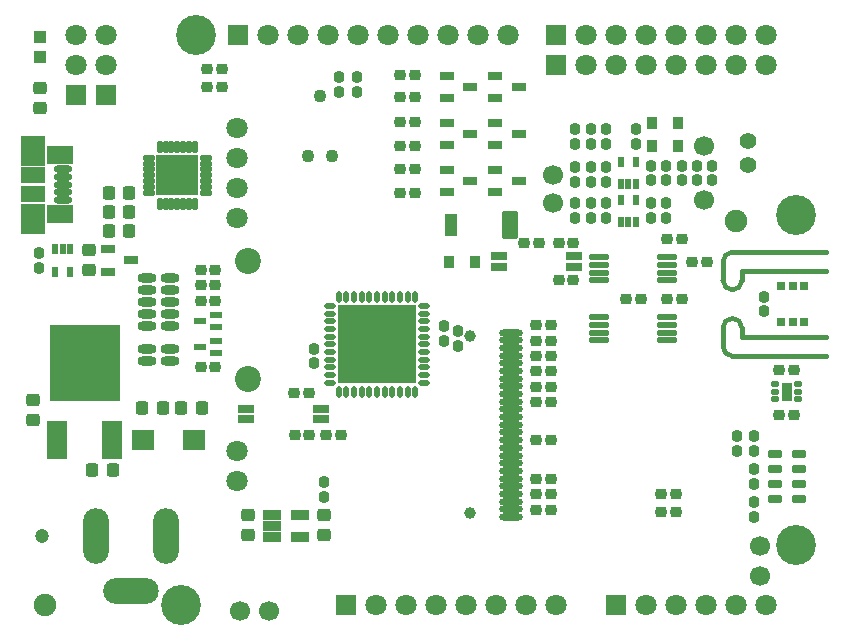
<source format=gts>
%FSLAX44Y44*%
%MOMM*%
G71*
G01*
G75*
G04 Layer_Color=8388736*
%ADD10C,0.3000*%
%ADD11C,0.2000*%
%ADD12C,0.5000*%
%ADD13C,0.2540*%
%ADD14C,1.5000*%
G04:AMPARAMS|DCode=15|XSize=0.7mm|YSize=0.75mm|CornerRadius=0.175mm|HoleSize=0mm|Usage=FLASHONLY|Rotation=180.000|XOffset=0mm|YOffset=0mm|HoleType=Round|Shape=RoundedRectangle|*
%AMROUNDEDRECTD15*
21,1,0.7000,0.4000,0,0,180.0*
21,1,0.3500,0.7500,0,0,180.0*
1,1,0.3500,-0.1750,0.2000*
1,1,0.3500,0.1750,0.2000*
1,1,0.3500,0.1750,-0.2000*
1,1,0.3500,-0.1750,-0.2000*
%
%ADD15ROUNDEDRECTD15*%
%ADD16R,0.4000X0.6500*%
%ADD17R,0.6300X0.8300*%
%ADD18R,1.1000X0.6000*%
%ADD19O,1.8000X0.4000*%
G04:AMPARAMS|DCode=20|XSize=0.7mm|YSize=0.75mm|CornerRadius=0.175mm|HoleSize=0mm|Usage=FLASHONLY|Rotation=270.000|XOffset=0mm|YOffset=0mm|HoleType=Round|Shape=RoundedRectangle|*
%AMROUNDEDRECTD20*
21,1,0.7000,0.4000,0,0,270.0*
21,1,0.3500,0.7500,0,0,270.0*
1,1,0.3500,-0.2000,-0.1750*
1,1,0.3500,-0.2000,0.1750*
1,1,0.3500,0.2000,0.1750*
1,1,0.3500,0.2000,-0.1750*
%
%ADD20ROUNDEDRECTD20*%
%ADD21O,1.5500X0.3500*%
%ADD22R,1.2000X0.6000*%
G04:AMPARAMS|DCode=23|XSize=1.2mm|YSize=2.2mm|CornerRadius=0.15mm|HoleSize=0mm|Usage=FLASHONLY|Rotation=180.000|XOffset=0mm|YOffset=0mm|HoleType=Round|Shape=RoundedRectangle|*
%AMROUNDEDRECTD23*
21,1,1.2000,1.9000,0,0,180.0*
21,1,0.9000,2.2000,0,0,180.0*
1,1,0.3000,-0.4500,0.9500*
1,1,0.3000,0.4500,0.9500*
1,1,0.3000,0.4500,-0.9500*
1,1,0.3000,-0.4500,-0.9500*
%
%ADD23ROUNDEDRECTD23*%
G04:AMPARAMS|DCode=24|XSize=0.9mm|YSize=1.7mm|CornerRadius=0.1125mm|HoleSize=0mm|Usage=FLASHONLY|Rotation=180.000|XOffset=0mm|YOffset=0mm|HoleType=Round|Shape=RoundedRectangle|*
%AMROUNDEDRECTD24*
21,1,0.9000,1.4750,0,0,180.0*
21,1,0.6750,1.7000,0,0,180.0*
1,1,0.2250,-0.3375,0.7375*
1,1,0.2250,0.3375,0.7375*
1,1,0.2250,0.3375,-0.7375*
1,1,0.2250,-0.3375,-0.7375*
%
%ADD24ROUNDEDRECTD24*%
%ADD25R,0.9000X0.8000*%
G04:AMPARAMS|DCode=26|XSize=1mm|YSize=0.9mm|CornerRadius=0.225mm|HoleSize=0mm|Usage=FLASHONLY|Rotation=180.000|XOffset=0mm|YOffset=0mm|HoleType=Round|Shape=RoundedRectangle|*
%AMROUNDEDRECTD26*
21,1,1.0000,0.4500,0,0,180.0*
21,1,0.5500,0.9000,0,0,180.0*
1,1,0.4500,-0.2750,0.2250*
1,1,0.4500,0.2750,0.2250*
1,1,0.4500,0.2750,-0.2250*
1,1,0.4500,-0.2750,-0.2250*
%
%ADD26ROUNDEDRECTD26*%
%ADD27O,0.9000X0.3000*%
%ADD28O,0.3000X0.9000*%
%ADD29R,3.4000X3.3000*%
G04:AMPARAMS|DCode=30|XSize=1mm|YSize=0.9mm|CornerRadius=0.225mm|HoleSize=0mm|Usage=FLASHONLY|Rotation=270.000|XOffset=0mm|YOffset=0mm|HoleType=Round|Shape=RoundedRectangle|*
%AMROUNDEDRECTD30*
21,1,1.0000,0.4500,0,0,270.0*
21,1,0.5500,0.9000,0,0,270.0*
1,1,0.4500,-0.2250,-0.2750*
1,1,0.4500,-0.2250,0.2750*
1,1,0.4500,0.2250,0.2750*
1,1,0.4500,0.2250,-0.2750*
%
%ADD30ROUNDEDRECTD30*%
%ADD31R,1.9000X1.1750*%
%ADD32R,1.9000X2.3750*%
%ADD33O,1.3800X0.4500*%
%ADD34R,2.1000X1.3750*%
%ADD35C,1.0000*%
%ADD36R,0.8000X0.4000*%
%ADD37R,1.6000X3.0000*%
%ADD38R,5.8000X6.2000*%
%ADD39R,1.7000X1.6000*%
%ADD40O,0.8000X0.3500*%
%ADD41O,0.3500X0.8000*%
%ADD42R,6.4000X6.4000*%
%ADD43R,1.3000X0.7000*%
G04:AMPARAMS|DCode=44|XSize=0.55mm|YSize=0.95mm|CornerRadius=0.0688mm|HoleSize=0mm|Usage=FLASHONLY|Rotation=270.000|XOffset=0mm|YOffset=0mm|HoleType=Round|Shape=RoundedRectangle|*
%AMROUNDEDRECTD44*
21,1,0.5500,0.8125,0,0,270.0*
21,1,0.4125,0.9500,0,0,270.0*
1,1,0.1375,-0.4063,-0.2062*
1,1,0.1375,-0.4063,0.2062*
1,1,0.1375,0.4063,0.2062*
1,1,0.1375,0.4063,-0.2062*
%
%ADD44ROUNDEDRECTD44*%
%ADD45R,0.4500X0.6000*%
G04:AMPARAMS|DCode=46|XSize=0.55mm|YSize=0.3mm|CornerRadius=0.0375mm|HoleSize=0mm|Usage=FLASHONLY|Rotation=180.000|XOffset=0mm|YOffset=0mm|HoleType=Round|Shape=RoundedRectangle|*
%AMROUNDEDRECTD46*
21,1,0.5500,0.2250,0,0,180.0*
21,1,0.4750,0.3000,0,0,180.0*
1,1,0.0750,-0.2375,0.1125*
1,1,0.0750,0.2375,0.1125*
1,1,0.0750,0.2375,-0.1125*
1,1,0.0750,-0.2375,-0.1125*
%
%ADD46ROUNDEDRECTD46*%
%ADD47R,0.6500X1.3500*%
%ADD48O,1.4000X0.6000*%
%ADD49C,0.4000*%
%ADD50C,0.6000*%
%ADD51C,0.6300*%
%ADD52C,0.4500*%
%ADD53C,1.0000*%
%ADD54C,0.8000*%
%ADD55C,0.3500*%
%ADD56C,0.7000*%
%ADD57C,1.6000*%
%ADD58R,1.6000X1.6000*%
%ADD59C,0.8890*%
%ADD60C,0.8000*%
%ADD61R,1.6000X1.6000*%
%ADD62O,4.5000X2.0000*%
%ADD63O,2.0000X4.5000*%
%ADD64C,1.2000*%
%ADD65C,3.1750*%
%ADD66C,2.0000*%
%ADD67C,0.5000*%
%ADD68C,0.6600*%
%ADD69C,0.7874*%
%ADD70C,1.7000*%
G04:AMPARAMS|DCode=71|XSize=0.9mm|YSize=0.95mm|CornerRadius=0.275mm|HoleSize=0mm|Usage=FLASHONLY|Rotation=180.000|XOffset=0mm|YOffset=0mm|HoleType=Round|Shape=RoundedRectangle|*
%AMROUNDEDRECTD71*
21,1,0.9000,0.4000,0,0,180.0*
21,1,0.3500,0.9500,0,0,180.0*
1,1,0.5500,-0.1750,0.2000*
1,1,0.5500,0.1750,0.2000*
1,1,0.5500,0.1750,-0.2000*
1,1,0.5500,-0.1750,-0.2000*
%
%ADD71ROUNDEDRECTD71*%
%ADD72R,0.6000X0.8500*%
%ADD73R,0.8300X1.0300*%
%ADD74R,1.3000X0.8000*%
%ADD75O,2.0000X0.6000*%
G04:AMPARAMS|DCode=76|XSize=0.9mm|YSize=0.95mm|CornerRadius=0.275mm|HoleSize=0mm|Usage=FLASHONLY|Rotation=270.000|XOffset=0mm|YOffset=0mm|HoleType=Round|Shape=RoundedRectangle|*
%AMROUNDEDRECTD76*
21,1,0.9000,0.4000,0,0,270.0*
21,1,0.3500,0.9500,0,0,270.0*
1,1,0.5500,-0.2000,-0.1750*
1,1,0.5500,-0.2000,0.1750*
1,1,0.5500,0.2000,0.1750*
1,1,0.5500,0.2000,-0.1750*
%
%ADD76ROUNDEDRECTD76*%
%ADD77O,1.7500X0.5500*%
%ADD78R,1.4000X0.8000*%
G04:AMPARAMS|DCode=79|XSize=1.4mm|YSize=2.4mm|CornerRadius=0.25mm|HoleSize=0mm|Usage=FLASHONLY|Rotation=180.000|XOffset=0mm|YOffset=0mm|HoleType=Round|Shape=RoundedRectangle|*
%AMROUNDEDRECTD79*
21,1,1.4000,1.9000,0,0,180.0*
21,1,0.9000,2.4000,0,0,180.0*
1,1,0.5000,-0.4500,0.9500*
1,1,0.5000,0.4500,0.9500*
1,1,0.5000,0.4500,-0.9500*
1,1,0.5000,-0.4500,-0.9500*
%
%ADD79ROUNDEDRECTD79*%
G04:AMPARAMS|DCode=80|XSize=1.1mm|YSize=1.9mm|CornerRadius=0.2125mm|HoleSize=0mm|Usage=FLASHONLY|Rotation=180.000|XOffset=0mm|YOffset=0mm|HoleType=Round|Shape=RoundedRectangle|*
%AMROUNDEDRECTD80*
21,1,1.1000,1.4750,0,0,180.0*
21,1,0.6750,1.9000,0,0,180.0*
1,1,0.4250,-0.3375,0.7375*
1,1,0.4250,0.3375,0.7375*
1,1,0.4250,0.3375,-0.7375*
1,1,0.4250,-0.3375,-0.7375*
%
%ADD80ROUNDEDRECTD80*%
%ADD81R,1.1000X1.0000*%
G04:AMPARAMS|DCode=82|XSize=1.2mm|YSize=1.1mm|CornerRadius=0.325mm|HoleSize=0mm|Usage=FLASHONLY|Rotation=180.000|XOffset=0mm|YOffset=0mm|HoleType=Round|Shape=RoundedRectangle|*
%AMROUNDEDRECTD82*
21,1,1.2000,0.4500,0,0,180.0*
21,1,0.5500,1.1000,0,0,180.0*
1,1,0.6500,-0.2750,0.2250*
1,1,0.6500,0.2750,0.2250*
1,1,0.6500,0.2750,-0.2250*
1,1,0.6500,-0.2750,-0.2250*
%
%ADD82ROUNDEDRECTD82*%
%ADD83O,1.1000X0.5000*%
%ADD84O,0.5000X1.1000*%
%ADD85R,3.6000X3.5000*%
G04:AMPARAMS|DCode=86|XSize=1.2mm|YSize=1.1mm|CornerRadius=0.325mm|HoleSize=0mm|Usage=FLASHONLY|Rotation=270.000|XOffset=0mm|YOffset=0mm|HoleType=Round|Shape=RoundedRectangle|*
%AMROUNDEDRECTD86*
21,1,1.2000,0.4500,0,0,270.0*
21,1,0.5500,1.1000,0,0,270.0*
1,1,0.6500,-0.2250,-0.2750*
1,1,0.6500,-0.2250,0.2750*
1,1,0.6500,0.2250,0.2750*
1,1,0.6500,0.2250,-0.2750*
%
%ADD86ROUNDEDRECTD86*%
%ADD87R,2.1000X1.3750*%
%ADD88R,2.1000X2.5750*%
%ADD89O,1.5800X0.6500*%
%ADD90R,2.3000X1.5750*%
%ADD91C,1.9000*%
%ADD92R,1.0000X0.6000*%
%ADD93R,1.8000X3.2000*%
%ADD94R,6.0000X6.4000*%
%ADD95R,1.9000X1.8000*%
%ADD96O,1.0000X0.5500*%
%ADD97O,0.5500X1.0000*%
%ADD98R,0.2000X0.2000*%
%ADD99R,0.2000X0.2000*%
%ADD100R,6.6000X6.6000*%
%ADD101R,1.5000X0.9000*%
G04:AMPARAMS|DCode=102|XSize=0.75mm|YSize=1.15mm|CornerRadius=0.1688mm|HoleSize=0mm|Usage=FLASHONLY|Rotation=270.000|XOffset=0mm|YOffset=0mm|HoleType=Round|Shape=RoundedRectangle|*
%AMROUNDEDRECTD102*
21,1,0.7500,0.8125,0,0,270.0*
21,1,0.4125,1.1500,0,0,270.0*
1,1,0.3375,-0.4063,-0.2062*
1,1,0.3375,-0.4063,0.2062*
1,1,0.3375,0.4063,0.2062*
1,1,0.3375,0.4063,-0.2062*
%
%ADD102ROUNDEDRECTD102*%
%ADD103R,0.6500X0.8000*%
G04:AMPARAMS|DCode=104|XSize=0.75mm|YSize=0.5mm|CornerRadius=0.1375mm|HoleSize=0mm|Usage=FLASHONLY|Rotation=180.000|XOffset=0mm|YOffset=0mm|HoleType=Round|Shape=RoundedRectangle|*
%AMROUNDEDRECTD104*
21,1,0.7500,0.2250,0,0,180.0*
21,1,0.4750,0.5000,0,0,180.0*
1,1,0.2750,-0.2375,0.1125*
1,1,0.2750,0.2375,0.1125*
1,1,0.2750,0.2375,-0.1125*
1,1,0.2750,-0.2375,-0.1125*
%
%ADD104ROUNDEDRECTD104*%
%ADD105R,0.8500X1.5500*%
%ADD106O,1.6000X0.8000*%
%ADD107C,1.8000*%
%ADD108R,1.8000X1.8000*%
%ADD109C,1.0890*%
%ADD110R,1.8000X1.8000*%
%ADD111O,4.7000X2.2000*%
%ADD112O,2.2000X4.7000*%
%ADD113C,1.4000*%
%ADD114C,3.3750*%
%ADD115C,2.2000*%
D35*
X385100Y102800D02*
D03*
Y252800D02*
D03*
D49*
X599000Y244000D02*
G03*
X607000Y236000I8000J0D01*
G01*
X615000Y260000D02*
G03*
X607000Y268000I-8000J0D01*
G01*
Y268000D02*
G03*
X599000Y260000I0J-8000D01*
G01*
X607000Y292000D02*
G03*
X615000Y300000I0J8000D01*
G01*
X599000Y300000D02*
G03*
X607000Y292000I8000J0D01*
G01*
Y324000D02*
G03*
X599000Y316000I0J-8000D01*
G01*
X607000Y236000D02*
X686000D01*
X599000Y244000D02*
Y260000D01*
X615000Y252000D02*
Y260000D01*
Y252000D02*
X686000D01*
X615000Y308000D02*
X686000D01*
X615000Y300000D02*
Y308000D01*
X599000Y300000D02*
Y316000D01*
X607000Y324000D02*
X686000D01*
D64*
X22790Y83820D02*
D03*
D70*
X583000Y414000D02*
D03*
Y368000D02*
D03*
X455000Y389000D02*
D03*
Y366000D02*
D03*
X190000Y20000D02*
D03*
X215000D02*
D03*
X630000Y49600D02*
D03*
Y75000D02*
D03*
D71*
X551000Y365250D02*
D03*
Y352750D02*
D03*
X538000Y365250D02*
D03*
Y352750D02*
D03*
X500000Y352750D02*
D03*
Y365250D02*
D03*
X500000Y396250D02*
D03*
Y383750D02*
D03*
X590000Y397250D02*
D03*
Y384750D02*
D03*
X577000D02*
D03*
Y397250D02*
D03*
X564000Y384750D02*
D03*
Y397250D02*
D03*
X551000D02*
D03*
Y384750D02*
D03*
X538000Y397250D02*
D03*
Y384750D02*
D03*
X500000Y415750D02*
D03*
Y428250D02*
D03*
X474000D02*
D03*
Y415750D02*
D03*
X487000Y428250D02*
D03*
Y415750D02*
D03*
Y383750D02*
D03*
Y396250D02*
D03*
X474000Y383750D02*
D03*
Y396250D02*
D03*
X474000Y365250D02*
D03*
Y352750D02*
D03*
X487000D02*
D03*
Y365250D02*
D03*
X525000Y428250D02*
D03*
Y415750D02*
D03*
X20000Y310750D02*
D03*
Y323250D02*
D03*
X274000Y459750D02*
D03*
Y472250D02*
D03*
X289000Y459750D02*
D03*
Y472250D02*
D03*
X253000Y242250D02*
D03*
Y229750D02*
D03*
X261000Y116750D02*
D03*
Y129250D02*
D03*
X363000Y261250D02*
D03*
Y248750D02*
D03*
X375000Y244750D02*
D03*
Y257250D02*
D03*
X625000Y140250D02*
D03*
Y127750D02*
D03*
Y112250D02*
D03*
Y99750D02*
D03*
X611000Y168250D02*
D03*
Y155750D02*
D03*
X625000D02*
D03*
Y168250D02*
D03*
X634000Y286250D02*
D03*
Y273750D02*
D03*
D72*
X512500Y349500D02*
D03*
X519000D02*
D03*
X525500D02*
D03*
Y368500D02*
D03*
X512500D02*
D03*
Y381500D02*
D03*
X519000D02*
D03*
X525500D02*
D03*
Y400500D02*
D03*
X512500D02*
D03*
X46500Y326500D02*
D03*
X40000D02*
D03*
X33500D02*
D03*
Y307500D02*
D03*
X46500D02*
D03*
D73*
X561150Y433000D02*
D03*
X538850D02*
D03*
X538850Y414000D02*
D03*
X561150D02*
D03*
X366850Y316000D02*
D03*
X389150D02*
D03*
D74*
X426000Y384000D02*
D03*
X406000Y374500D02*
D03*
Y393500D02*
D03*
X385000Y384000D02*
D03*
X365000Y374500D02*
D03*
Y393500D02*
D03*
X426000Y424000D02*
D03*
X406000Y414500D02*
D03*
Y433500D02*
D03*
X385000Y424000D02*
D03*
X365000Y414500D02*
D03*
Y433500D02*
D03*
X385000Y464000D02*
D03*
X365000Y454500D02*
D03*
Y473500D02*
D03*
X426000Y464000D02*
D03*
X406000Y454500D02*
D03*
Y473500D02*
D03*
X78000Y326500D02*
D03*
Y307500D02*
D03*
X98000Y317000D02*
D03*
D75*
X419100Y99800D02*
D03*
Y106300D02*
D03*
Y112800D02*
D03*
Y119300D02*
D03*
Y125800D02*
D03*
Y132300D02*
D03*
Y138800D02*
D03*
Y145300D02*
D03*
Y151800D02*
D03*
Y158300D02*
D03*
Y164800D02*
D03*
Y171300D02*
D03*
Y177800D02*
D03*
Y184300D02*
D03*
Y190800D02*
D03*
Y197300D02*
D03*
Y203800D02*
D03*
Y210300D02*
D03*
Y216800D02*
D03*
Y223300D02*
D03*
Y229800D02*
D03*
Y236300D02*
D03*
Y242800D02*
D03*
Y249300D02*
D03*
Y255800D02*
D03*
D76*
X459750Y300000D02*
D03*
X472250D02*
D03*
Y332000D02*
D03*
X459750D02*
D03*
X551750Y335000D02*
D03*
X564250D02*
D03*
X551750Y284000D02*
D03*
X564250D02*
D03*
X443250Y332000D02*
D03*
X430750D02*
D03*
X572750Y316000D02*
D03*
X585250D02*
D03*
X529250Y284000D02*
D03*
X516750D02*
D03*
X275250Y169000D02*
D03*
X262750D02*
D03*
X162500Y463750D02*
D03*
X175000D02*
D03*
X162500Y479250D02*
D03*
X175000D02*
D03*
X169250Y309000D02*
D03*
X156750D02*
D03*
Y296000D02*
D03*
X169250D02*
D03*
Y283000D02*
D03*
X156750D02*
D03*
X169250Y227000D02*
D03*
X156750D02*
D03*
X338250Y434000D02*
D03*
X325750D02*
D03*
X338250Y455000D02*
D03*
X325750D02*
D03*
X338250Y414000D02*
D03*
X325750D02*
D03*
X338250Y394000D02*
D03*
X325750D02*
D03*
X338250Y374000D02*
D03*
X325750D02*
D03*
X338250Y474000D02*
D03*
X325750D02*
D03*
X248250Y205000D02*
D03*
X235750D02*
D03*
X236257Y169000D02*
D03*
X248757D02*
D03*
X546750Y119000D02*
D03*
X559250D02*
D03*
X546750Y104000D02*
D03*
X559250D02*
D03*
X440750Y132000D02*
D03*
X453250D02*
D03*
Y119000D02*
D03*
X440750D02*
D03*
X453250Y106000D02*
D03*
X440750D02*
D03*
Y165000D02*
D03*
X453250D02*
D03*
X440750Y197000D02*
D03*
X453250D02*
D03*
Y210000D02*
D03*
X440750D02*
D03*
Y223000D02*
D03*
X453250D02*
D03*
Y249000D02*
D03*
X440750D02*
D03*
X453250Y236000D02*
D03*
X440750D02*
D03*
Y262000D02*
D03*
X453250D02*
D03*
X659250Y186000D02*
D03*
X646750D02*
D03*
X659250Y224000D02*
D03*
X646750D02*
D03*
D77*
X494250Y319750D02*
D03*
Y313250D02*
D03*
Y306750D02*
D03*
Y300250D02*
D03*
X551750Y319750D02*
D03*
Y313250D02*
D03*
Y306750D02*
D03*
Y300250D02*
D03*
X494250Y268750D02*
D03*
Y262250D02*
D03*
Y255750D02*
D03*
Y249250D02*
D03*
X551750Y268750D02*
D03*
Y262250D02*
D03*
Y255750D02*
D03*
Y249250D02*
D03*
D78*
X409500Y311500D02*
D03*
Y320500D02*
D03*
X472500D02*
D03*
Y311500D02*
D03*
X195500Y182500D02*
D03*
Y191500D02*
D03*
X258500D02*
D03*
Y182500D02*
D03*
D79*
X419000Y347000D02*
D03*
D80*
X369000D02*
D03*
D81*
X20320Y506090D02*
D03*
Y489590D02*
D03*
D82*
Y446160D02*
D03*
Y463160D02*
D03*
X62000Y308500D02*
D03*
Y325500D02*
D03*
X15000Y181500D02*
D03*
Y198500D02*
D03*
X197000Y84500D02*
D03*
Y101500D02*
D03*
X261000D02*
D03*
Y84500D02*
D03*
D83*
X113000Y404000D02*
D03*
Y399000D02*
D03*
Y394000D02*
D03*
Y389000D02*
D03*
Y384000D02*
D03*
Y379000D02*
D03*
Y374000D02*
D03*
X161000D02*
D03*
Y379000D02*
D03*
Y384000D02*
D03*
Y389000D02*
D03*
Y394000D02*
D03*
Y399000D02*
D03*
Y404000D02*
D03*
D84*
X122000Y365000D02*
D03*
X127000D02*
D03*
X132000D02*
D03*
X137000D02*
D03*
X142000D02*
D03*
X147000D02*
D03*
X152000D02*
D03*
Y413000D02*
D03*
X147000D02*
D03*
X142000D02*
D03*
X137000D02*
D03*
X132000D02*
D03*
X127000D02*
D03*
X122000D02*
D03*
D85*
X137000Y389000D02*
D03*
D86*
X79500Y374000D02*
D03*
X96500D02*
D03*
X79500Y358000D02*
D03*
X96500D02*
D03*
Y342000D02*
D03*
X79500D02*
D03*
X124500Y192000D02*
D03*
X107500D02*
D03*
X157500D02*
D03*
X140500D02*
D03*
X65160Y139700D02*
D03*
X82160D02*
D03*
D87*
X14478Y389000D02*
D03*
Y373000D02*
D03*
D88*
Y410000D02*
D03*
Y352000D02*
D03*
D89*
X40478Y381000D02*
D03*
Y387500D02*
D03*
Y368000D02*
D03*
Y374500D02*
D03*
Y394000D02*
D03*
D90*
X37478Y406000D02*
D03*
Y356000D02*
D03*
D91*
X25000Y25000D02*
D03*
X610000Y350000D02*
D03*
D92*
X156000Y266000D02*
D03*
X170000Y271000D02*
D03*
Y261000D02*
D03*
X156000Y244000D02*
D03*
X170000Y249000D02*
D03*
Y239000D02*
D03*
D93*
X35520Y165240D02*
D03*
X81320D02*
D03*
D94*
X58420Y229740D02*
D03*
D95*
X151540Y165100D02*
D03*
X107540D02*
D03*
D96*
X346000Y213500D02*
D03*
Y220000D02*
D03*
Y226500D02*
D03*
Y233000D02*
D03*
Y239500D02*
D03*
Y246000D02*
D03*
Y252500D02*
D03*
Y259000D02*
D03*
Y265500D02*
D03*
Y272000D02*
D03*
Y278500D02*
D03*
X266000D02*
D03*
Y272000D02*
D03*
Y265500D02*
D03*
Y259000D02*
D03*
Y252500D02*
D03*
Y246000D02*
D03*
Y239500D02*
D03*
Y233000D02*
D03*
Y226500D02*
D03*
Y220000D02*
D03*
Y213500D02*
D03*
D97*
X338500Y286000D02*
D03*
X332000D02*
D03*
X325500D02*
D03*
X319000D02*
D03*
X312500D02*
D03*
X306000D02*
D03*
X299500D02*
D03*
X293000D02*
D03*
X286500D02*
D03*
X280000D02*
D03*
X273500D02*
D03*
Y206000D02*
D03*
X280000D02*
D03*
X286500D02*
D03*
X293000D02*
D03*
X299500D02*
D03*
X306000D02*
D03*
X312500D02*
D03*
X319000D02*
D03*
X325500D02*
D03*
X332000D02*
D03*
X338500D02*
D03*
D98*
X314500Y246000D02*
D03*
X297500D02*
D03*
X309500D02*
D03*
X302500D02*
D03*
D99*
X306000Y237500D02*
D03*
Y254500D02*
D03*
Y242500D02*
D03*
Y249500D02*
D03*
D100*
Y246000D02*
D03*
D101*
X217000Y101500D02*
D03*
Y92000D02*
D03*
Y82500D02*
D03*
X241000D02*
D03*
Y101500D02*
D03*
D102*
X643000Y152750D02*
D03*
Y140250D02*
D03*
Y127500D02*
D03*
Y115250D02*
D03*
X663000Y152750D02*
D03*
Y140500D02*
D03*
X663000Y127500D02*
D03*
Y115250D02*
D03*
D103*
X648000Y295500D02*
D03*
X658000D02*
D03*
X668000D02*
D03*
Y264500D02*
D03*
X658000D02*
D03*
X648000D02*
D03*
D104*
X662750Y212500D02*
D03*
X643250D02*
D03*
Y206000D02*
D03*
Y199500D02*
D03*
X662750D02*
D03*
Y206000D02*
D03*
D105*
X653000D02*
D03*
D106*
X111700Y281700D02*
D03*
Y291700D02*
D03*
Y301700D02*
D03*
Y271700D02*
D03*
Y261700D02*
D03*
Y241700D02*
D03*
Y231700D02*
D03*
X130940D02*
D03*
Y241700D02*
D03*
Y261700D02*
D03*
Y271700D02*
D03*
Y281700D02*
D03*
Y291700D02*
D03*
Y301700D02*
D03*
D107*
X289560Y508000D02*
D03*
X238760D02*
D03*
X264160D02*
D03*
X213360D02*
D03*
X314960D02*
D03*
X340360D02*
D03*
X365760D02*
D03*
X391160D02*
D03*
X416560D02*
D03*
X635000Y482600D02*
D03*
X609600D02*
D03*
X584200D02*
D03*
X482600D02*
D03*
X533400D02*
D03*
X508000D02*
D03*
X558800D02*
D03*
X635000Y508000D02*
D03*
X609600D02*
D03*
X584200D02*
D03*
X482600D02*
D03*
X533400D02*
D03*
X508000D02*
D03*
X558800D02*
D03*
X50800D02*
D03*
Y482600D02*
D03*
X76200Y508000D02*
D03*
Y482600D02*
D03*
X457200Y25400D02*
D03*
X431800D02*
D03*
X406400D02*
D03*
X304800D02*
D03*
X355600D02*
D03*
X330200D02*
D03*
X381000D02*
D03*
X635000D02*
D03*
X533400D02*
D03*
X584200D02*
D03*
X558800D02*
D03*
X609600D02*
D03*
X187150Y403300D02*
D03*
Y377900D02*
D03*
Y428700D02*
D03*
Y352500D02*
D03*
Y155500D02*
D03*
Y130100D02*
D03*
D108*
X187960Y508000D02*
D03*
X457200Y482600D02*
D03*
Y508000D02*
D03*
X279400Y25400D02*
D03*
X508000D02*
D03*
D109*
X268160Y405200D02*
D03*
X247840D02*
D03*
X258000Y456000D02*
D03*
D110*
X50800Y457200D02*
D03*
X76200D02*
D03*
D111*
X97790Y36820D02*
D03*
D112*
X67790Y83820D02*
D03*
X127790D02*
D03*
D113*
X620000Y418000D02*
D03*
Y398000D02*
D03*
D114*
X139700Y25400D02*
D03*
X660400Y355600D02*
D03*
X152400Y508000D02*
D03*
X660400Y76200D02*
D03*
D115*
X196850Y216700D02*
D03*
Y316700D02*
D03*
M02*

</source>
